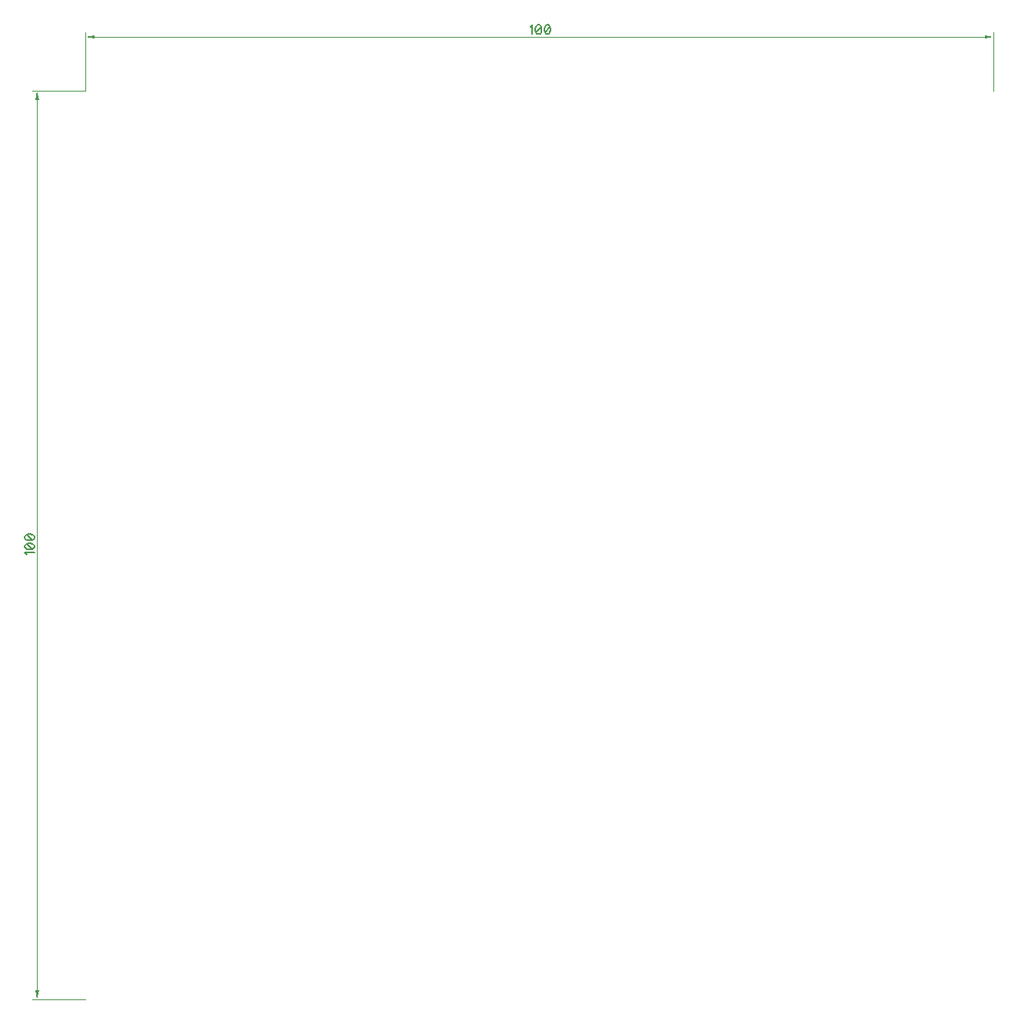
<source format=gbr>
G04 DipTrace 3.3.1.1*
G04 TopDimension.gbr*
%MOIN*%
G04 #@! TF.FileFunction,Drawing,Top*
G04 #@! TF.Part,Single*
%ADD13C,0.001378*%
%ADD91C,0.006176*%
%FSLAX26Y26*%
G04*
G70*
G90*
G75*
G01*
G04 TopDimension*
%LPD*%
X394016Y4331024D2*
D13*
Y4583853D1*
X4331024Y4331024D2*
Y4583853D1*
X2362520Y4564168D2*
X433386D1*
G36*
X394016D2*
X433386Y4572042D1*
Y4556294D1*
X394016Y4564168D1*
G37*
X2362520D2*
D13*
X4291654D1*
G36*
X4331024D2*
X4291654Y4556294D1*
Y4572042D1*
X4331024Y4564168D1*
G37*
X394016Y4331024D2*
D13*
X163806D1*
X394016Y394016D2*
X163806D1*
X183491Y2362520D2*
Y4291654D1*
G36*
Y4331024D2*
X191365Y4291654D1*
X175617D1*
X183491Y4331024D1*
G37*
Y2362520D2*
D13*
Y433386D1*
G36*
Y394016D2*
X175617Y433386D1*
X191365D1*
X183491Y394016D1*
G37*
X2321664Y4608877D2*
D91*
X2325511Y4610823D1*
X2331259Y4616527D1*
Y4576379D1*
X2355106Y4616527D2*
X2349358Y4614625D1*
X2345512Y4608877D1*
X2343610Y4599327D1*
Y4593579D1*
X2345512Y4584028D1*
X2349358Y4578280D1*
X2355106Y4576379D1*
X2358909D1*
X2364657Y4578280D1*
X2368459Y4584028D1*
X2370405Y4593579D1*
Y4599327D1*
X2368459Y4608877D1*
X2364657Y4614625D1*
X2358909Y4616527D1*
X2355106D1*
X2368459Y4608877D2*
X2345512Y4584028D1*
X2394252Y4616527D2*
X2388504Y4614625D1*
X2384658Y4608877D1*
X2382756Y4599327D1*
Y4593579D1*
X2384658Y4584028D1*
X2388504Y4578280D1*
X2394252Y4576379D1*
X2398055D1*
X2403803Y4578280D1*
X2407606Y4584028D1*
X2409551Y4593579D1*
Y4599327D1*
X2407606Y4608877D1*
X2403803Y4614625D1*
X2398055Y4616527D1*
X2394252D1*
X2407606Y4608877D2*
X2384658Y4584028D1*
X138782Y2321664D2*
X136836Y2325511D1*
X131132Y2331259D1*
X171280D1*
X131132Y2355106D2*
X133034Y2349358D1*
X138782Y2345512D1*
X148332Y2343610D1*
X154080D1*
X163631Y2345512D1*
X169379Y2349358D1*
X171280Y2355106D1*
Y2358909D1*
X169379Y2364657D1*
X163631Y2368459D1*
X154080Y2370405D1*
X148332D1*
X138782Y2368459D1*
X133034Y2364657D1*
X131132Y2358909D1*
Y2355106D1*
X138782Y2368459D2*
X163631Y2345512D1*
X131132Y2394252D2*
X133034Y2388504D1*
X138782Y2384658D1*
X148332Y2382756D1*
X154080D1*
X163631Y2384658D1*
X169379Y2388504D1*
X171280Y2394252D1*
Y2398055D1*
X169379Y2403803D1*
X163631Y2407606D1*
X154080Y2409551D1*
X148332D1*
X138782Y2407606D1*
X133034Y2403803D1*
X131132Y2398055D1*
Y2394252D1*
X138782Y2407606D2*
X163631Y2384658D1*
M02*

</source>
